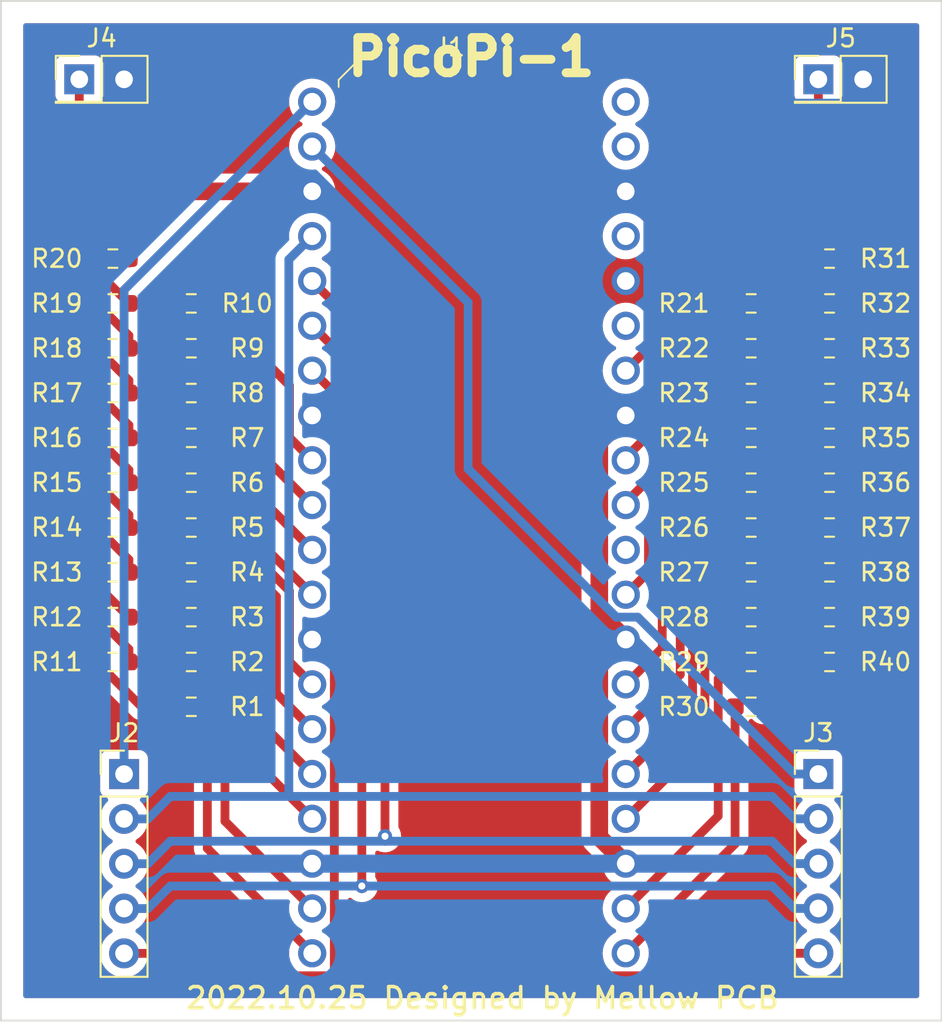
<source format=kicad_pcb>
(kicad_pcb (version 20211014) (generator pcbnew)
  (layers (0 "F.Cu" signal) (31 "B.Cu" signal) (34 "B.Paste" user) (35 "F.Paste" user) (36 "B.SilkS" user "B.Silkscreen") (37 "F.SilkS" user "F.Silkscreen") (38 "B.Mask" user) (39 "F.Mask" user) (44 "Edge.Cuts" user))
  (net 0 "")
  (net 1 "/G1")
  (net 2 "/B1")
  (net 3 "/B2")
  (net 4 "/B3")
  (net 5 "/B4")
  (net 6 "/G2")
  (net 7 "/X")
  (net 8 "GND")
  (net 9 "/Y")
  (net 10 "/X9")
  (net 11 "/X8")
  (net 12 "Net-(R11-Pad2)")
  (net 13 "/X7")
  (net 14 "Net-(R12-Pad2)")
  (net 15 "/X6")
  (net 16 "Net-(R13-Pad2)")
  (net 17 "/X5")
  (net 18 "Net-(R14-Pad2)")
  (net 19 "/X4")
  (net 20 "Net-(R15-Pad2)")
  (net 21 "/X3")
  (net 22 "Net-(R16-Pad2)")
  (net 23 "/X2")
  (net 24 "Net-(R17-Pad2)")
  (net 25 "/X1")
  (net 26 "Net-(R18-Pad2)")
  (net 27 "/X0")
  (net 28 "Net-(R10-Pad2)")
  (net 29 "/Y9")
  (net 30 "/Y8")
  (net 31 "Net-(R22-Pad2)")
  (net 32 "/Y7")
  (net 33 "Net-(R23-Pad2)")
  (net 34 "/Y6")
  (net 35 "Net-(R24-Pad2)")
  (net 36 "/Y5")
  (net 37 "Net-(R25-Pad2)")
  (net 38 "/Y4")
  (net 39 "Net-(R26-Pad2)")
  (net 40 "/Y3")
  (net 41 "Net-(R27-Pad2)")
  (net 42 "/Y2")
  (net 43 "Net-(R28-Pad2)")
  (net 44 "/Y1")
  (net 45 "Net-(R29-Pad2)")
  (net 46 "/Y0")
  (net 47 "Net-(R30-Pad2)")
  (net 50 "+3.3V")
  (footprint "Resistor_SMD:R_0603_1608Metric_Pad0.98x0.95mm_HandSolder" (layer "F.Cu") (at 149.86 163.83)
    (fp_text reference "R29" (at -3.81 0) (layer "F.SilkS"))
    (fp_text value "R")
    (pad "1" smd roundrect (at -0.9125 0) (size 0.975 0.95) (layers "F.Cu" "F.Paste" "F.Mask") (net 44 "/Y1"))
    (pad "2" smd roundrect (at 0.9125 0) (size 0.975 0.95) (layers "F.Cu" "F.Paste" "F.Mask") (net 45 "Net-(R29-Pad2)"))
  )
  (footprint "Resistor_SMD:R_0603_1608Metric_Pad0.98x0.95mm_HandSolder" (layer "F.Cu") (at 118.11 151.13 180)
    (fp_text reference "R7" (at -3.175 0) (layer "F.SilkS"))
    (fp_text value "R")
    (pad "1" smd roundrect (at -0.9125 0 180) (size 0.975 0.95) (layers "F.Cu" "F.Paste" "F.Mask") (net 21 "/X3"))
    (pad "2" smd roundrect (at 0.9125 0 180) (size 0.975 0.95) (layers "F.Cu" "F.Paste" "F.Mask") (net 22 "Net-(R16-Pad2)"))
  )
  (footprint "Resistor_SMD:R_0603_1608Metric_Pad0.98x0.95mm_HandSolder" (layer "F.Cu") (at 149.86 146.05)
    (fp_text reference "R22" (at -3.81 0) (layer "F.SilkS"))
    (fp_text value "R")
    (pad "1" smd roundrect (at -0.9125 0) (size 0.975 0.95) (layers "F.Cu" "F.Paste" "F.Mask") (net 30 "/Y8"))
    (pad "2" smd roundrect (at 0.9125 0) (size 0.975 0.95) (layers "F.Cu" "F.Paste" "F.Mask") (net 31 "Net-(R22-Pad2)"))
  )
  (footprint "Resistor_SMD:R_0603_1608Metric_Pad0.98x0.95mm_HandSolder" (layer "F.Cu") (at 154.305 161.29)
    (fp_text reference "R39" (at 3.175 0) (layer "F.SilkS"))
    (fp_text value "R")
    (pad "1" smd roundrect (at -0.9125 0) (size 0.975 0.95) (layers "F.Cu" "F.Paste" "F.Mask") (net 45 "Net-(R29-Pad2)"))
    (pad "2" smd roundrect (at 0.9125 0) (size 0.975 0.95) (layers "F.Cu" "F.Paste" "F.Mask") (net 47 "Net-(R30-Pad2)"))
  )
  (footprint "Resistor_SMD:R_0603_1608Metric_Pad0.98x0.95mm_HandSolder" (layer "F.Cu") (at 149.86 161.29)
    (fp_text reference "R28" (at -3.81 0) (layer "F.SilkS"))
    (fp_text value "R")
    (pad "1" smd roundrect (at -0.9125 0) (size 0.975 0.95) (layers "F.Cu" "F.Paste" "F.Mask") (net 42 "/Y2"))
    (pad "2" smd roundrect (at 0.9125 0) (size 0.975 0.95) (layers "F.Cu" "F.Paste" "F.Mask") (net 43 "Net-(R28-Pad2)"))
  )
  (footprint "Connector_PinHeader_2.54mm:PinHeader_1x05_P2.54mm_Vertical" (layer "F.Cu") (at 114.3 170.185)
    (fp_text reference "J2" (at 0 -2.33) (layer "F.SilkS"))
    (fp_text value "P1")
    (pad "1" thru_hole rect (at 0 0) (size 1.7 1.7) (drill 1) (layers *.Cu *.Mask) (net 1 "/G1"))
    (pad "2" thru_hole oval (at 0 2.54) (size 1.7 1.7) (drill 1) (layers *.Cu *.Mask) (net 2 "/B1"))
    (pad "3" thru_hole oval (at 0 5.08) (size 1.7 1.7) (drill 1) (layers *.Cu *.Mask) (net 3 "/B2"))
    (pad "4" thru_hole oval (at 0 7.62) (size 1.7 1.7) (drill 1) (layers *.Cu *.Mask) (net 4 "/B3"))
    (pad "5" thru_hole oval (at 0 10.16) (size 1.7 1.7) (drill 1) (layers *.Cu *.Mask) (net 5 "/B4"))
  )
  (footprint "Resistor_SMD:R_0603_1608Metric_Pad0.98x0.95mm_HandSolder" (layer "F.Cu") (at 149.86 148.59)
    (fp_text reference "R23" (at -3.81 0) (layer "F.SilkS"))
    (fp_text value "R")
    (pad "1" smd roundrect (at -0.9125 0) (size 0.975 0.95) (layers "F.Cu" "F.Paste" "F.Mask") (net 32 "/Y7"))
    (pad "2" smd roundrect (at 0.9125 0) (size 0.975 0.95) (layers "F.Cu" "F.Paste" "F.Mask") (net 33 "Net-(R23-Pad2)"))
  )
  (footprint "Resistor_SMD:R_0603_1608Metric_Pad0.98x0.95mm_HandSolder" (layer "F.Cu") (at 113.665 151.13)
    (fp_text reference "R16" (at -3.175 0) (layer "F.SilkS"))
    (fp_text value "R")
    (pad "1" smd roundrect (at -0.9125 0) (size 0.975 0.95) (layers "F.Cu" "F.Paste" "F.Mask") (net 20 "Net-(R15-Pad2)"))
    (pad "2" smd roundrect (at 0.9125 0) (size 0.975 0.95) (layers "F.Cu" "F.Paste" "F.Mask") (net 22 "Net-(R16-Pad2)"))
  )
  (footprint "Resistor_SMD:R_0603_1608Metric_Pad0.98x0.95mm_HandSolder" (layer "F.Cu") (at 118.11 161.29 180)
    (fp_text reference "R3" (at -3.175 0) (layer "F.SilkS"))
    (fp_text value "R")
    (pad "1" smd roundrect (at -0.9125 0 180) (size 0.975 0.95) (layers "F.Cu" "F.Paste" "F.Mask") (net 13 "/X7"))
    (pad "2" smd roundrect (at 0.9125 0 180) (size 0.975 0.95) (layers "F.Cu" "F.Paste" "F.Mask") (net 14 "Net-(R12-Pad2)"))
  )
  (footprint "Connector_PinHeader_2.54mm:PinHeader_1x05_P2.54mm_Vertical" (layer "F.Cu") (at 153.67 170.18)
    (fp_text reference "J3" (at 0 -2.33) (layer "F.SilkS"))
    (fp_text value "P2")
    (pad "1" thru_hole rect (at 0 0) (size 1.7 1.7) (drill 1) (layers *.Cu *.Mask) (net 6 "/G2"))
    (pad "2" thru_hole oval (at 0 2.54) (size 1.7 1.7) (drill 1) (layers *.Cu *.Mask) (net 2 "/B1"))
    (pad "3" thru_hole oval (at 0 5.08) (size 1.7 1.7) (drill 1) (layers *.Cu *.Mask) (net 3 "/B2"))
    (pad "4" thru_hole oval (at 0 7.62) (size 1.7 1.7) (drill 1) (layers *.Cu *.Mask) (net 4 "/B3"))
    (pad "5" thru_hole oval (at 0 10.16) (size 1.7 1.7) (drill 1) (layers *.Cu *.Mask) (net 5 "/B4"))
  )
  (footprint "Resistor_SMD:R_0603_1608Metric_Pad0.98x0.95mm_HandSolder" (layer "F.Cu") (at 149.86 153.67)
    (fp_text reference "R25" (at -3.81 0) (layer "F.SilkS"))
    (fp_text value "R")
    (pad "1" smd roundrect (at -0.9125 0) (size 0.975 0.95) (layers "F.Cu" "F.Paste" "F.Mask") (net 36 "/Y5"))
    (pad "2" smd roundrect (at 0.9125 0) (size 0.975 0.95) (layers "F.Cu" "F.Paste" "F.Mask") (net 37 "Net-(R25-Pad2)"))
  )
  (footprint "Resistor_SMD:R_0603_1608Metric_Pad0.98x0.95mm_HandSolder" (layer "F.Cu") (at 154.305 163.83)
    (fp_text reference "R40" (at 3.175 0) (layer "F.SilkS"))
    (fp_text value "R")
    (pad "1" smd roundrect (at -0.9125 0) (size 0.975 0.95) (layers "F.Cu" "F.Paste" "F.Mask") (net 47 "Net-(R30-Pad2)"))
    (pad "2" smd roundrect (at 0.9125 0) (size 0.975 0.95) (layers "F.Cu" "F.Paste" "F.Mask") (net 8 "GND"))
  )
  (footprint "Resistor_SMD:R_0603_1608Metric_Pad0.98x0.95mm_HandSolder" (layer "F.Cu") (at 113.665 146.05)
    (fp_text reference "R18" (at -3.175 0) (layer "F.SilkS"))
    (fp_text value "R")
    (pad "1" smd roundrect (at -0.9125 0) (size 0.975 0.95) (layers "F.Cu" "F.Paste" "F.Mask") (net 24 "Net-(R17-Pad2)"))
    (pad "2" smd roundrect (at 0.9125 0) (size 0.975 0.95) (layers "F.Cu" "F.Paste" "F.Mask") (net 26 "Net-(R18-Pad2)"))
  )
  (footprint "Resistor_SMD:R_0603_1608Metric_Pad0.98x0.95mm_HandSolder" (layer "F.Cu") (at 113.665 156.21)
    (fp_text reference "R14" (at -3.175 0) (layer "F.SilkS"))
    (fp_text value "R")
    (pad "1" smd roundrect (at -0.9125 0) (size 0.975 0.95) (layers "F.Cu" "F.Paste" "F.Mask") (net 16 "Net-(R13-Pad2)"))
    (pad "2" smd roundrect (at 0.9125 0) (size 0.975 0.95) (layers "F.Cu" "F.Paste" "F.Mask") (net 18 "Net-(R14-Pad2)"))
  )
  (footprint "Resistor_SMD:R_0603_1608Metric_Pad0.98x0.95mm_HandSolder" (layer "F.Cu") (at 154.305 140.97)
    (fp_text reference "R31" (at 3.175 0) (layer "F.SilkS"))
    (fp_text value "R")
    (pad "1" smd roundrect (at -0.9125 0) (size 0.975 0.95) (layers "F.Cu" "F.Paste" "F.Mask") (net 9 "/Y"))
    (pad "2" smd roundrect (at 0.9125 0) (size 0.975 0.95) (layers "F.Cu" "F.Paste" "F.Mask") (net 31 "Net-(R22-Pad2)"))
  )
  (footprint "Resistor_SMD:R_0603_1608Metric_Pad0.98x0.95mm_HandSolder" (layer "F.Cu") (at 113.665 143.51)
    (fp_text reference "R19" (at -3.175 0) (layer "F.SilkS"))
    (fp_text value "R")
    (pad "1" smd roundrect (at -0.9125 0) (size 0.975 0.95) (layers "F.Cu" "F.Paste" "F.Mask") (net 26 "Net-(R18-Pad2)"))
    (pad "2" smd roundrect (at 0.9125 0) (size 0.975 0.95) (layers "F.Cu" "F.Paste" "F.Mask") (net 28 "Net-(R10-Pad2)"))
  )
  (footprint "Resistor_SMD:R_0603_1608Metric_Pad0.98x0.95mm_HandSolder" (layer "F.Cu") (at 113.665 163.83)
    (fp_text reference "R11" (at -3.175 0) (layer "F.SilkS"))
    (fp_text value "R")
    (pad "1" smd roundrect (at -0.9125 0) (size 0.975 0.95) (layers "F.Cu" "F.Paste" "F.Mask") (net 7 "/X"))
    (pad "2" smd roundrect (at 0.9125 0) (size 0.975 0.95) (layers "F.Cu" "F.Paste" "F.Mask") (net 12 "Net-(R11-Pad2)"))
  )
  (footprint "Resistor_SMD:R_0603_1608Metric_Pad0.98x0.95mm_HandSolder" (layer "F.Cu") (at 154.305 146.05)
    (fp_text reference "R33" (at 3.175 0) (layer "F.SilkS"))
    (fp_text value "R")
    (pad "1" smd roundrect (at -0.9125 0) (size 0.975 0.95) (layers "F.Cu" "F.Paste" "F.Mask") (net 33 "Net-(R23-Pad2)"))
    (pad "2" smd roundrect (at 0.9125 0) (size 0.975 0.95) (layers "F.Cu" "F.Paste" "F.Mask") (net 35 "Net-(R24-Pad2)"))
  )
  (footprint "Connector_PinHeader_2.54mm:PinHeader_2x01_P2.54mm_Vertical" (layer "F.Cu") (at 111.76 130.81)
    (fp_text reference "J4" (at 1.27 -2.33) (layer "F.SilkS"))
    (fp_text value "Conn_01x02")
    (pad "1" thru_hole rect (at 0 0) (size 1.7 1.7) (drill 1) (layers *.Cu *.Mask) (net 7 "/X"))
    (pad "2" thru_hole oval (at 2.54 0) (size 1.7 1.7) (drill 1) (layers *.Cu *.Mask) (net 8 "GND"))
  )
  (footprint "Resistor_SMD:R_0603_1608Metric_Pad0.98x0.95mm_HandSolder" (layer "F.Cu") (at 118.11 143.51 180)
    (fp_text reference "R10" (at -3.175 0) (layer "F.SilkS"))
    (fp_text value "R")
    (pad "1" smd roundrect (at -0.9125 0 180) (size 0.975 0.95) (layers "F.Cu" "F.Paste" "F.Mask") (net 27 "/X0"))
    (pad "2" smd roundrect (at 0.9125 0 180) (size 0.975 0.95) (layers "F.Cu" "F.Paste" "F.Mask") (net 28 "Net-(R10-Pad2)"))
  )
  (footprint "toyoshim:DIP-40_W17.78mm_PiPico" (layer "F.Cu") (at 124.968 132.08)
    (fp_text reference "J1" (at 7.8 -3.09) (layer "F.SilkS"))
    (fp_text value "Pi Pico")
    (pad "1" thru_hole circle (at 0 0) (size 1.6 1.6) (drill 1) (layers *.Cu *.Mask) (net 1 "/G1"))
    (pad "2" thru_hole circle (at 0 2.54) (size 1.6 1.6) (drill 1) (layers *.Cu *.Mask) (net 6 "/G2"))
    (pad "3" thru_hole circle (at 0 5.08) (size 1.6 1.6) (drill 1) (layers *.Cu *.Mask) (net 8 "GND"))
    (pad "4" thru_hole circle (at 0 7.62) (size 1.6 1.6) (drill 1) (layers *.Cu *.Mask) (net 2 "/B1"))
    (pad "5" thru_hole circle (at 0 10.16) (size 1.6 1.6) (drill 1) (layers *.Cu *.Mask) (net 3 "/B2"))
    (pad "6" thru_hole circle (at 0 12.7) (size 1.6 1.6) (drill 1) (layers *.Cu *.Mask) (net 4 "/B3"))
    (pad "7" thru_hole circle (at 0 15.24) (size 1.6 1.6) (drill 1) (layers *.Cu *.Mask) (net 5 "/B4"))
    (pad "8" thru_hole circle (at 0 17.78) (size 1.6 1.6) (drill 1) (layers *.Cu *.Mask) (net 8 "GND"))
    (pad "9" thru_hole circle (at 0 20.32) (size 1.6 1.6) (drill 1) (layers *.Cu *.Mask) (net 27 "/X0"))
    (pad "10" thru_hole circle (at 0 22.86) (size 1.6 1.6) (drill 1) (layers *.Cu *.Mask) (net 25 "/X1"))
    (pad "11" thru_hole circle (at 0 25.4) (size 1.6 1.6) (drill 1) (layers *.Cu *.Mask) (net 23 "/X2"))
    (pad "12" thru_hole circle (at 0 27.94) (size 1.6 1.6) (drill 1) (layers *.Cu *.Mask) (net 21 "/X3"))
    (pad "13" thru_hole circle (at 0 30.48) (size 1.6 1.6) (drill 1) (layers *.Cu *.Mask) (net 8 "GND"))
    (pad "14" thru_hole circle (at 0 33.02) (size 1.6 1.6) (drill 1) (layers *.Cu *.Mask) (net 19 "/X4"))
    (pad "15" thru_hole circle (at 0 35.56) (size 1.6 1.6) (drill 1) (layers *.Cu *.Mask) (net 17 "/X5"))
    (pad "16" thru_hole circle (at 0 38.1) (size 1.6 1.6) (drill 1) (layers *.Cu *.Mask) (net 15 "/X6"))
    (pad "17" thru_hole circle (at 0 40.64) (size 1.6 1.6) (drill 1) (layers *.Cu *.Mask) (net 13 "/X7"))
    (pad "18" thru_hole circle (at 0 43.18) (size 1.6 1.6) (drill 1) (layers *.Cu *.Mask) (net 8 "GND"))
    (pad "19" thru_hole circle (at 0 45.72) (size 1.6 1.6) (drill 1) (layers *.Cu *.Mask) (net 11 "/X8"))
    (pad "20" thru_hole circle (at 0 48.26) (size 1.6 1.6) (drill 1) (layers *.Cu *.Mask) (net 10 "/X9"))
    (pad "21" thru_hole circle (at 17.78 48.26) (size 1.6 1.6) (drill 1) (layers *.Cu *.Mask) (net 46 "/Y0"))
    (pad "22" thru_hole circle (at 17.78 45.72) (size 1.6 1.6) (drill 1) (layers *.Cu *.Mask) (net 44 "/Y1"))
    (pad "23" thru_hole circle (at 17.78 43.18) (size 1.6 1.6) (drill 1) (layers *.Cu *.Mask) (net 8 "GND"))
    (pad "24" thru_hole circle (at 17.78 40.64) (size 1.6 1.6) (drill 1) (layers *.Cu *.Mask) (net 42 "/Y2"))
    (pad "25" thru_hole circle (at 17.78 38.1) (size 1.6 1.6) (drill 1) (layers *.Cu *.Mask) (net 40 "/Y3"))
    (pad "26" thru_hole circle (at 17.78 35.56) (size 1.6 1.6) (drill 1) (layers *.Cu *.Mask) (net 38 "/Y4"))
    (pad "27" thru_hole circle (at 17.78 33.02) (size 1.6 1.6) (drill 1) (layers *.Cu *.Mask) (net 36 "/Y5"))
    (pad "28" thru_hole circle (at 17.78 30.48) (size 1.6 1.6) (drill 1) (layers *.Cu *.Mask) (net 8 "GND"))
    (pad "29" thru_hole circle (at 17.78 27.94) (size 1.6 1.6) (drill 1) (layers *.Cu *.Mask) (net 34 "/Y6"))
    (pad "30" thru_hole circle (at 17.78 25.4) (size 1.6 1.6) (drill 1) (layers *.Cu *.Mask))
    (pad "31" thru_hole circle (at 17.78 22.86) (size 1.6 1.6) (drill 1) (layers *.Cu *.Mask) (net 32 "/Y7"))
    (pad "32" thru_hole circle (at 17.78 20.32) (size 1.6 1.6) (drill 1) (layers *.Cu *.Mask) (net 30 "/Y8"))
    (pad "33" thru_hole circle (at 17.78 17.78) (size 1.6 1.6) (drill 1) (layers *.Cu *.Mask) (net 8 "GND"))
    (pad "34" thru_hole circle (at 17.78 15.24) (size 1.6 1.6) (drill 1) (layers *.Cu *.Mask) (net 29 "/Y9"))
    (pad "35" thru_hole circle (at 17.78 12.7) (size 1.6 1.6) (drill 1) (layers *.Cu *.Mask))
    (pad "36" thru_hole circle (at 17.78 10.16) (size 1.6 1.6) (drill 1) (layers *.Cu *.Mask) (net 50 "+3.3V"))
    (pad "37" thru_hole circle (at 17.78 7.62) (size 1.6 1.6) (drill 1) (layers *.Cu *.Mask))
    (pad "38" thru_hole circle (at 17.78 5.08) (size 1.6 1.6) (drill 1) (layers *.Cu *.Mask) (net 8 "GND"))
    (pad "39" thru_hole circle (at 17.78 2.54) (size 1.6 1.6) (drill 1) (layers *.Cu *.Mask))
    (pad "40" thru_hole circle (at 17.78 0) (size 1.6 1.6) (drill 1) (layers *.Cu *.Mask))
  )
  (footprint "Resistor_SMD:R_0603_1608Metric_Pad0.98x0.95mm_HandSolder" (layer "F.Cu") (at 113.665 158.75)
    (fp_text reference "R13" (at -3.175 0) (layer "F.SilkS"))
    (fp_text value "R")
    (pad "1" smd roundrect (at -0.9125 0) (size 0.975 0.95) (layers "F.Cu" "F.Paste" "F.Mask") (net 14 "Net-(R12-Pad2)"))
    (pad "2" smd roundrect (at 0.9125 0) (size 0.975 0.95) (layers "F.Cu" "F.Paste" "F.Mask") (net 16 "Net-(R13-Pad2)"))
  )
  (footprint "Resistor_SMD:R_0603_1608Metric_Pad0.98x0.95mm_HandSolder" (layer "F.Cu") (at 113.665 153.67)
    (fp_text reference "R15" (at -3.175 0) (layer "F.SilkS"))
    (fp_text value "R")
    (pad "1" smd roundrect (at -0.9125 0) (size 0.975 0.95) (layers "F.Cu" "F.Paste" "F.Mask") (net 18 "Net-(R14-Pad2)"))
    (pad "2" smd roundrect (at 0.9125 0) (size 0.975 0.95) (layers "F.Cu" "F.Paste" "F.Mask") (net 20 "Net-(R15-Pad2)"))
  )
  (footprint "Resistor_SMD:R_0603_1608Metric_Pad0.98x0.95mm_HandSolder" (layer "F.Cu") (at 149.86 143.51)
    (fp_text reference "R21" (at -3.81 0) (layer "F.SilkS"))
    (fp_text value "R")
    (pad "1" smd roundrect (at -0.9125 0) (size 0.975 0.95) (layers "F.Cu" "F.Paste" "F.Mask") (net 29 "/Y9"))
    (pad "2" smd roundrect (at 0.9125 0) (size 0.975 0.95) (layers "F.Cu" "F.Paste" "F.Mask") (net 9 "/Y"))
  )
  (footprint "Resistor_SMD:R_0603_1608Metric_Pad0.98x0.95mm_HandSolder" (layer "F.Cu") (at 149.86 156.21)
    (fp_text reference "R26" (at -3.81 0) (layer "F.SilkS"))
    (fp_text value "R")
    (pad "1" smd roundrect (at -0.9125 0) (size 0.975 0.95) (layers "F.Cu" "F.Paste" "F.Mask") (net 38 "/Y4"))
    (pad "2" smd roundrect (at 0.9125 0) (size 0.975 0.95) (layers "F.Cu" "F.Paste" "F.Mask") (net 39 "Net-(R26-Pad2)"))
  )
  (footprint "Resistor_SMD:R_0603_1608Metric_Pad0.98x0.95mm_HandSolder" (layer "F.Cu") (at 154.305 158.75)
    (fp_text reference "R38" (at 3.175 0) (layer "F.SilkS"))
    (fp_text value "R")
    (pad "1" smd roundrect (at -0.9125 0) (size 0.975 0.95) (layers "F.Cu" "F.Paste" "F.Mask") (net 43 "Net-(R28-Pad2)"))
    (pad "2" smd roundrect (at 0.9125 0) (size 0.975 0.95) (layers "F.Cu" "F.Paste" "F.Mask") (net 45 "Net-(R29-Pad2)"))
  )
  (footprint "Resistor_SMD:R_0603_1608Metric_Pad0.98x0.95mm_HandSolder" (layer "F.Cu") (at 118.11 156.21 180)
    (fp_text reference "R5" (at -3.175 0) (layer "F.SilkS"))
    (fp_text value "R")
    (pad "1" smd roundrect (at -0.9125 0 180) (size 0.975 0.95) (layers "F.Cu" "F.Paste" "F.Mask") (net 17 "/X5"))
    (pad "2" smd roundrect (at 0.9125 0 180) (size 0.975 0.95) (layers "F.Cu" "F.Paste" "F.Mask") (net 18 "Net-(R14-Pad2)"))
  )
  (footprint "Resistor_SMD:R_0603_1608Metric_Pad0.98x0.95mm_HandSolder" (layer "F.Cu") (at 118.11 158.75 180)
    (fp_text reference "R4" (at -3.175 0) (layer "F.SilkS"))
    (fp_text value "R")
    (pad "1" smd roundrect (at -0.9125 0 180) (size 0.975 0.95) (layers "F.Cu" "F.Paste" "F.Mask") (net 15 "/X6"))
    (pad "2" smd roundrect (at 0.9125 0 180) (size 0.975 0.95) (layers "F.Cu" "F.Paste" "F.Mask") (net 16 "Net-(R13-Pad2)"))
  )
  (footprint "Resistor_SMD:R_0603_1608Metric_Pad0.98x0.95mm_HandSolder" (layer "F.Cu") (at 154.305 143.51)
    (fp_text reference "R32" (at 3.175 0) (layer "F.SilkS"))
    (fp_text value "R")
    (pad "1" smd roundrect (at -0.9125 0) (size 0.975 0.95) (layers "F.Cu" "F.Paste" "F.Mask") (net 31 "Net-(R22-Pad2)"))
    (pad "2" smd roundrect (at 0.9125 0) (size 0.975 0.95) (layers "F.Cu" "F.Paste" "F.Mask") (net 33 "Net-(R23-Pad2)"))
  )
  (footprint "Resistor_SMD:R_0603_1608Metric_Pad0.98x0.95mm_HandSolder" (layer "F.Cu") (at 149.86 158.75)
    (fp_text reference "R27" (at -3.81 0) (layer "F.SilkS"))
    (fp_text value "R")
    (pad "1" smd roundrect (at -0.9125 0) (size 0.975 0.95) (layers "F.Cu" "F.Paste" "F.Mask") (net 40 "/Y3"))
    (pad "2" smd roundrect (at 0.9125 0) (size 0.975 0.95) (layers "F.Cu" "F.Paste" "F.Mask") (net 41 "Net-(R27-Pad2)"))
  )
  (footprint "Resistor_SMD:R_0603_1608Metric_Pad0.98x0.95mm_HandSolder" (layer "F.Cu") (at 113.665 140.97)
    (fp_text reference "R20" (at -3.175 0) (layer "F.SilkS"))
    (fp_text value "R")
    (pad "1" smd roundrect (at -0.9125 0) (size 0.975 0.95) (layers "F.Cu" "F.Paste" "F.Mask") (net 28 "Net-(R10-Pad2)"))
    (pad "2" smd roundrect (at 0.9125 0) (size 0.975 0.95) (layers "F.Cu" "F.Paste" "F.Mask") (net 8 "GND"))
  )
  (footprint "Resistor_SMD:R_0603_1608Metric_Pad0.98x0.95mm_HandSolder" (layer "F.Cu") (at 154.305 151.13)
    (fp_text reference "R35" (at 3.175 0) (layer "F.SilkS"))
    (fp_text value "R")
    (pad "1" smd roundrect (at -0.9125 0) (size 0.975 0.95) (layers "F.Cu" "F.Paste" "F.Mask") (net 37 "Net-(R25-Pad2)"))
    (pad "2" smd roundrect (at 0.9125 0) (size 0.975 0.95) (layers "F.Cu" "F.Paste" "F.Mask") (net 39 "Net-(R26-Pad2)"))
  )
  (footprint "Resistor_SMD:R_0603_1608Metric_Pad0.98x0.95mm_HandSolder" (layer "F.Cu") (at 149.86 151.13)
    (fp_text reference "R24" (at -3.81 0) (layer "F.SilkS"))
    (fp_text value "R")
    (pad "1" smd roundrect (at -0.9125 0) (size 0.975 0.95) (layers "F.Cu" "F.Paste" "F.Mask") (net 34 "/Y6"))
    (pad "2" smd roundrect (at 0.9125 0) (size 0.975 0.95) (layers "F.Cu" "F.Paste" "F.Mask") (net 35 "Net-(R24-Pad2)"))
  )
  (footprint "Connector_PinHeader_2.54mm:PinHeader_2x01_P2.54mm_Vertical" (layer "F.Cu") (at 153.67 130.81)
    (fp_text reference "J5" (at 1.27 -2.33) (layer "F.SilkS"))
    (fp_text value "Conn_01x02")
    (pad "1" thru_hole rect (at 0 0) (size 1.7 1.7) (drill 1) (layers *.Cu *.Mask) (net 9 "/Y"))
    (pad "2" thru_hole oval (at 2.54 0) (size 1.7 1.7) (drill 1) (layers *.Cu *.Mask) (net 8 "GND"))
  )
  (footprint "Resistor_SMD:R_0603_1608Metric_Pad0.98x0.95mm_HandSolder" (layer "F.Cu") (at 118.11 153.67 180)
    (fp_text reference "R6" (at -3.175 0) (layer "F.SilkS"))
    (fp_text value "R")
    (pad "1" smd roundrect (at -0.9125 0 180) (size 0.975 0.95) (layers "F.Cu" "F.Paste" "F.Mask") (net 19 "/X4"))
    (pad "2" smd roundrect (at 0.9125 0 180) (size 0.975 0.95) (layers "F.Cu" "F.Paste" "F.Mask") (net 20 "Net-(R15-Pad2)"))
  )
  (footprint "Resistor_SMD:R_0603_1608Metric_Pad0.98x0.95mm_HandSolder" (layer "F.Cu") (at 118.11 166.37 180)
    (fp_text reference "R1" (at -3.175 0) (layer "F.SilkS"))
    (fp_text value "R")
    (pad "1" smd roundrect (at -0.9125 0 180) (size 0.975 0.95) (layers "F.Cu" "F.Paste" "F.Mask") (net 10 "/X9"))
    (pad "2" smd roundrect (at 0.9125 0 180) (size 0.975 0.95) (layers "F.Cu" "F.Paste" "F.Mask") (net 7 "/X"))
  )
  (footprint "Resistor_SMD:R_0603_1608Metric_Pad0.98x0.95mm_HandSolder" (layer "F.Cu") (at 113.665 148.59)
    (fp_text reference "R17" (at -3.175 0) (layer "F.SilkS"))
    (fp_text value "R")
    (pad "1" smd roundrect (at -0.9125 0) (size 0.975 0.95) (layers "F.Cu" "F.Paste" "F.Mask") (net 22 "Net-(R16-Pad2)"))
    (pad "2" smd roundrect (at 0.9125 0) (size 0.975 0.95) (layers "F.Cu" "F.Paste" "F.Mask") (net 24 "Net-(R17-Pad2)"))
  )
  (footprint "Resistor_SMD:R_0603_1608Metric_Pad0.98x0.95mm_HandSolder" (layer "F.Cu") (at 118.11 146.05 180)
    (fp_text reference "R9" (at -3.175 0) (layer "F.SilkS"))
    (fp_text value "R")
    (pad "1" smd roundrect (at -0.9125 0 180) (size 0.975 0.95) (layers "F.Cu" "F.Paste" "F.Mask") (net 25 "/X1"))
    (pad "2" smd roundrect (at 0.9125 0 180) (size 0.975 0.95) (layers "F.Cu" "F.Paste" "F.Mask") (net 26 "Net-(R18-Pad2)"))
  )
  (footprint "Resistor_SMD:R_0603_1608Metric_Pad0.98x0.95mm_HandSolder" (layer "F.Cu") (at 118.11 163.83 180)
    (fp_text reference "R2" (at -3.175 0) (layer "F.SilkS"))
    (fp_text value "R")
    (pad "1" smd roundrect (at -0.9125 0 180) (size 0.975 0.95) (layers "F.Cu" "F.Paste" "F.Mask") (net 11 "/X8"))
    (pad "2" smd roundrect (at 0.9125 0 180) (size 0.975 0.95) (layers "F.Cu" "F.Paste" "F.Mask") (net 12 "Net-(R11-Pad2)"))
  )
  (footprint "Resistor_SMD:R_0603_1608Metric_Pad0.98x0.95mm_HandSolder" (layer "F.Cu") (at 118.11 148.59 180)
    (fp_text reference "R8" (at -3.175 0) (layer "F.SilkS"))
    (fp_text value "R")
    (pad "1" smd roundrect (at -0.9125 0 180) (size 0.975 0.95) (layers "F.Cu" "F.Paste" "F.Mask") (net 23 "/X2"))
    (pad "2" smd roundrect (at 0.9125 0 180) (size 0.975 0.95) (layers "F.Cu" "F.Paste" "F.Mask") (net 24 "Net-(R17-Pad2)"))
  )
  (footprint "Resistor_SMD:R_0603_1608Metric_Pad0.98x0.95mm_HandSolder" (layer "F.Cu") (at 154.305 148.59)
    (fp_text reference "R34" (at 3.175 0) (layer "F.SilkS"))
    (fp_text value "R")
    (pad "1" smd roundrect (at -0.9125 0) (size 0.975 0.95) (layers "F.Cu" "F.Paste" "F.Mask") (net 35 "Net-(R24-Pad2)"))
    (pad "2" smd roundrect (at 0.9125 0) (size 0.975 0.95) (layers "F.Cu" "F.Paste" "F.Mask") (net 37 "Net-(R25-Pad2)"))
  )
  (footprint "Resistor_SMD:R_0603_1608Metric_Pad0.98x0.95mm_HandSolder" (layer "F.Cu") (at 154.305 156.21)
    (fp_text reference "R37" (at 3.175 0) (layer "F.SilkS"))
    (fp_text value "R")
    (pad "1" smd roundrect (at -0.9125 0) (size 0.975 0.95) (layers "F.Cu" "F.Paste" "F.Mask") (net 41 "Net-(R27-Pad2)"))
    (pad "2" smd roundrect (at 0.9125 0) (size 0.975 0.95) (layers "F.Cu" "F.Paste" "F.Mask") (net 43 "Net-(R28-Pad2)"))
  )
  (footprint "Resistor_SMD:R_0603_1608Metric_Pad0.98x0.95mm_HandSolder" (layer "F.Cu") (at 149.86 166.37)
    (fp_text reference "R30" (at -3.81 0) (layer "F.SilkS"))
    (fp_text value "R")
    (pad "1" smd roundrect (at -0.9125 0) (size 0.975 0.95) (layers "F.Cu" "F.Paste" "F.Mask") (net 46 "/Y0"))
    (pad "2" smd roundrect (at 0.9125 0) (size 0.975 0.95) (layers "F.Cu" "F.Paste" "F.Mask") (net 47 "Net-(R30-Pad2)"))
  )
  (footprint "Resistor_SMD:R_0603_1608Metric_Pad0.98x0.95mm_HandSolder" (layer "F.Cu") (at 113.665 161.29)
    (fp_text reference "R12" (at -3.175 0) (layer "F.SilkS"))
    (fp_text value "R")
    (pad "1" smd roundrect (at -0.9125 0) (size 0.975 0.95) (layers "F.Cu" "F.Paste" "F.Mask") (net 12 "Net-(R11-Pad2)"))
    (pad "2" smd roundrect (at 0.9125 0) (size 0.975 0.95) (layers "F.Cu" "F.Paste" "F.Mask") (net 14 "Net-(R12-Pad2)"))
  )
  (footprint "Resistor_SMD:R_0603_1608Metric_Pad0.98x0.95mm_HandSolder" (layer "F.Cu") (at 154.305 153.67)
    (fp_text reference "R36" (at 3.175 0) (layer "F.SilkS"))
    (fp_text value "R")
    (pad "1" smd roundrect (at -0.9125 0) (size 0.975 0.95) (layers "F.Cu" "F.Paste" "F.Mask") (net 39 "Net-(R26-Pad2)"))
    (pad "2" smd roundrect (at 0.9125 0) (size 0.975 0.95) (layers "F.Cu" "F.Paste" "F.Mask") (net 41 "Net-(R27-Pad2)"))
  )
  (gr_line (start 160.655 126.365) (end 107.315 126.365) (layer "Edge.Cuts") (width 0.1))
  (gr_line (start 107.315 184.15) (end 160.655 184.15) (layer "Edge.Cuts") (width 0.1))
  (gr_line (start 107.315 126.365) (end 107.315 184.15) (layer "Edge.Cuts") (width 0.1))
  (gr_line (start 160.655 184.15) (end 160.655 126.365) (layer "Edge.Cuts") (width 0.1))
  (gr_text "PicoPi-1" (at 133.985 129.54) (layer "F.SilkS") (effects (font (size 2 2) (thickness 0.5))))
  (gr_text "2022.10.25 Designed by Mellow PCB" (at 134.62 182.88) (layer "F.SilkS") (effects (font (size 1.2 1.2) (thickness 0.2))))
  (segment (start 114.3 170.185) (end 114.3 142.748) (width 0.5) (layer "B.Cu") (net 1))
  (segment (start 114.3 142.748) (end 124.968 132.08) (width 0.5) (layer "B.Cu") (net 1))
  (segment (start 152.32 172.72) (end 151.0501 171.4501) (width 0.5) (layer "B.Cu") (net 2))
  (segment (start 116.9249 171.4501) (end 115.65 172.725) (width 0.5) (layer "B.Cu") (net 2))
  (segment (start 123.6447 171.4501) (end 123.6447 141.0233) (width 0.5) (layer "B.Cu") (net 2))
  (segment (start 114.3 172.725) (end 115.65 172.725) (width 0.5) (layer "B.Cu") (net 2))
  (segment (start 123.6447 141.0233) (end 124.968 139.7) (width 0.5) (layer "B.Cu") (net 2))
  (segment (start 151.0501 171.4501) (end 123.6447 171.4501) (width 0.5) (layer "B.Cu") (net 2))
  (segment (start 123.6447 171.4501) (end 116.9249 171.4501) (width 0.5) (layer "B.Cu") (net 2))
  (segment (start 153.67 172.72) (end 152.32 172.72) (width 0.5) (layer "B.Cu") (net 2))
  (segment (start 129.0966 173.7064) (end 129.0966 146.3686) (width 0.5) (layer "F.Cu") (net 3))
  (segment (start 129.0966 146.3686) (end 124.968 142.24) (width 0.5) (layer "F.Cu") (net 3))
  (via (at 129.0966 173.7064) (size 0.8) (drill 0.4) (layers "F.Cu" "B.Cu") (net 3))
  (segment (start 129.0966 173.9901) (end 116.9249 173.9901) (width 0.5) (layer "B.Cu") (net 3))
  (segment (start 129.0966 173.9901) (end 129.0966 173.7064) (width 0.5) (layer "B.Cu") (net 3))
  (segment (start 152.32 175.26) (end 151.0501 173.9901) (width 0.5) (layer "B.Cu") (net 3))
  (segment (start 114.3 175.265) (end 115.65 175.265) (width 0.5) (layer "B.Cu") (net 3))
  (segment (start 151.0501 173.9901) (end 129.0966 173.9901) (width 0.5) (layer "B.Cu") (net 3))
  (segment (start 153.67 175.26) (end 152.32 175.26) (width 0.5) (layer "B.Cu") (net 3))
  (segment (start 116.9249 173.9901) (end 115.65 175.265) (width 0.5) (layer "B.Cu") (net 3))
  (segment (start 127.7823 147.5943) (end 127.7823 176.5301) (width 0.5) (layer "F.Cu") (net 4))
  (segment (start 124.968 144.78) (end 127.7823 147.5943) (width 0.5) (layer "F.Cu") (net 4))
  (via (at 127.7823 176.5301) (size 0.8) (drill 0.4) (layers "F.Cu" "B.Cu") (net 4))
  (segment (start 127.7823 176.5301) (end 116.9249 176.5301) (width 0.5) (layer "B.Cu") (net 4))
  (segment (start 151.0501 176.5301) (end 127.7823 176.5301) (width 0.5) (layer "B.Cu") (net 4))
  (segment (start 152.32 177.8) (end 151.0501 176.5301) (width 0.5) (layer "B.Cu") (net 4))
  (segment (start 153.67 177.8) (end 152.32 177.8) (width 0.5) (layer "B.Cu") (net 4))
  (segment (start 114.3 177.805) (end 115.65 177.805) (width 0.5) (layer "B.Cu") (net 4))
  (segment (start 116.9249 176.5301) (end 115.65 177.805) (width 0.5) (layer "B.Cu") (net 4))
  (segment (start 126.2236 148.5756) (end 124.968 147.32) (width 0.5) (layer "F.Cu") (net 5))
  (segment (start 153.67 180.34) (end 152.32 180.34) (width 0.5) (layer "F.Cu") (net 5))
  (segment (start 126.2236 181.6162) (end 116.9212 181.6162) (width 0.5) (layer "F.Cu") (net 5))
  (segment (start 151.0438 181.6162) (end 126.2236 181.6162) (width 0.5) (layer "F.Cu") (net 5))
  (segment (start 116.9212 181.6162) (end 115.65 180.345) (width 0.5) (layer "F.Cu") (net 5))
  (segment (start 126.2236 181.6162) (end 126.2236 148.5756) (width 0.5) (layer "F.Cu") (net 5))
  (segment (start 152.32 180.34) (end 151.0438 181.6162) (width 0.5) (layer "F.Cu") (net 5))
  (segment (start 114.3 180.345) (end 115.65 180.345) (width 0.5) (layer "F.Cu") (net 5))
  (segment (start 133.8102 152.8846) (end 133.8102 143.4622) (width 0.5) (layer "B.Cu") (net 6))
  (segment (start 142.2156 161.29) (end 133.8102 152.8846) (width 0.5) (layer "B.Cu") (net 6))
  (segment (start 133.8102 143.4622) (end 124.968 134.62) (width 0.5) (layer "B.Cu") (net 6))
  (segment (start 153.67 170.18) (end 152.32 170.18) (width 0.5) (layer "B.Cu") (net 6))
  (segment (start 143.43 161.29) (end 142.2156 161.29) (width 0.5) (layer "B.Cu") (net 6))
  (segment (start 152.32 170.18) (end 143.43 161.29) (width 0.5) (layer "B.Cu") (net 6))
  (segment (start 115.2925 166.37) (end 112.7525 163.83) (width 0.5) (layer "F.Cu") (net 7))
  (segment (start 111.76 162.8375) (end 112.7525 163.83) (width 0.5) (layer "F.Cu") (net 7))
  (segment (start 111.76 130.81) (end 111.76 162.8375) (width 0.5) (layer "F.Cu") (net 7))
  (segment (start 117.1975 166.37) (end 115.2925 166.37) (width 0.5) (layer "F.Cu") (net 7))
  (segment (start 114.5775 132.6875) (end 114.3 132.41) (width 1) (layer "F.Cu") (net 8))
  (segment (start 156.4188 162.6287) (end 155.2175 163.83) (width 1) (layer "F.Cu") (net 8))
  (segment (start 141.2476 161.0596) (end 142.748 162.56) (width 1) (layer "F.Cu") (net 8))
  (segment (start 156.21 130.81) (end 156.21 132.41) (width 1) (layer "F.Cu") (net 8))
  (segment (start 156.4188 132.6188) (end 156.4188 162.6287) (width 1) (layer "F.Cu") (net 8))
  (segment (start 114.5775 140.97) (end 114.5775 137.16) (width 1) (layer "F.Cu") (net 8))
  (segment (start 156.21 132.41) (end 156.4188 132.6188) (width 1) (layer "F.Cu") (net 8))
  (segment (start 141.2476 151.3604) (end 141.2476 161.0596) (width 1) (layer "F.Cu") (net 8))
  (segment (start 114.5775 137.16) (end 124.968 137.16) (width 1) (layer "F.Cu") (net 8))
  (segment (start 141.2476 164.0604) (end 142.748 162.56) (width 1) (layer "F.Cu") (net 8))
  (segment (start 114.3 130.81) (end 114.3 132.41) (width 1) (layer "F.Cu") (net 8))
  (segment (start 141.2476 173.7596) (end 141.2476 164.0604) (width 1) (layer "F.Cu") (net 8))
  (segment (start 114.5775 137.16) (end 114.5775 132.6875) (width 1) (layer "F.Cu") (net 8))
  (segment (start 142.748 149.86) (end 141.2476 151.3604) (width 1) (layer "F.Cu") (net 8))
  (segment (start 142.748 175.26) (end 141.2476 173.7596) (width 1) (layer "F.Cu") (net 8))
  (segment (start 144.2488 137.16) (end 142.748 137.16) (width 1) (layer "B.Cu") (net 8))
  (segment (start 142.748 175.26) (end 124.968 175.26) (width 1) (layer "B.Cu") (net 8))
  (segment (start 142.748 162.56) (end 127.9688 162.56) (width 1) (layer "B.Cu") (net 8))
  (segment (start 126.4684 161.0596) (end 126.4684 151.3604) (width 1) (layer "B.Cu") (net 8))
  (segment (start 156.21 132.41) (end 148.9988 132.41) (width 1) (layer "B.Cu") (net 8))
  (segment (start 124.968 137.16) (end 126.5084 138.7004) (width 1) (layer "B.Cu") (net 8))
  (segment (start 144.2488 137.16) (end 144.2488 148.3592) (width 1) (layer "B.Cu") (net 8))
  (segment (start 126.5084 148.3196) (end 124.968 149.86) (width 1) (layer "B.Cu") (net 8))
  (segment (start 124.968 162.56) (end 126.4684 161.0596) (width 1) (layer "B.Cu") (net 8))
  (segment (start 144.2488 148.3592) (end 142.748 149.86) (width 1) (layer "B.Cu") (net 8))
  (segment (start 126.5084 138.7004) (end 126.5084 148.3196) (width 1) (layer "B.Cu") (net 8))
  (segment (start 127.9688 162.56) (end 126.4684 161.0596) (width 1) (layer "B.Cu") (net 8))
  (segment (start 156.21 130.81) (end 156.21 132.41) (width 1) (layer "B.Cu") (net 8))
  (segment (start 126.4684 151.3604) (end 124.968 149.86) (width 1) (layer "B.Cu") (net 8))
  (segment (start 148.9988 132.41) (end 144.2488 137.16) (width 1) (layer "B.Cu") (net 8))
  (segment (start 153.3125 140.97) (end 153.3925 140.97) (width 0.5) (layer "F.Cu") (net 9))
  (segment (start 150.7725 143.51) (end 153.3125 140.97) (width 0.5) (layer "F.Cu") (net 9))
  (segment (start 153.3925 132.4375) (end 153.3925 140.97) (width 0.5) (layer "F.Cu") (net 9))
  (segment (start 153.67 130.81) (end 153.67 132.16) (width 0.5) (layer "F.Cu") (net 9))
  (segment (start 153.67 132.16) (end 153.3925 132.4375) (width 0.5) (layer "F.Cu") (net 9))
  (segment (start 119.0225 174.3945) (end 124.968 180.34) (width 0.5) (layer "F.Cu") (net 10))
  (segment (start 119.0225 166.37) (end 119.0225 174.3945) (width 0.5) (layer "F.Cu") (net 10))
  (segment (start 119.0225 163.83) (end 120.0223 164.8298) (width 0.5) (layer "F.Cu") (net 11))
  (segment (start 120.0223 172.8543) (end 124.968 177.8) (width 0.5) (layer "F.Cu") (net 11))
  (segment (start 120.0223 164.8298) (end 120.0223 172.8543) (width 0.5) (layer "F.Cu") (net 11))
  (segment (start 117.1975 163.83) (end 114.5775 163.83) (width 0.5) (layer "F.Cu") (net 12))
  (segment (start 114.5775 163.115) (end 114.5775 163.83) (width 0.5) (layer "F.Cu") (net 12))
  (segment (start 112.7525 161.29) (end 114.5775 163.115) (width 0.5) (layer "F.Cu") (net 12))
  (segment (start 121.1724 168.9244) (end 124.968 172.72) (width 0.5) (layer "F.Cu") (net 13))
  (segment (start 121.1724 163.4399) (end 121.1724 168.9244) (width 0.5) (layer "F.Cu") (net 13))
  (segment (start 119.0225 161.29) (end 121.1724 163.4399) (width 0.5) (layer "F.Cu") (net 13))
  (segment (start 112.7525 159.465) (end 112.7525 158.75) (width 0.5) (layer "F.Cu") (net 14))
  (segment (start 114.5775 161.29) (end 112.7525 159.465) (width 0.5) (layer "F.Cu") (net 14))
  (segment (start 117.1975 161.29) (end 114.5775 161.29) (width 0.5) (layer "F.Cu") (net 14))
  (segment (start 122.1289 161.8564) (end 122.1289 167.3409) (width 0.5) (layer "F.Cu") (net 15))
  (segment (start 119.0225 158.75) (end 122.1289 161.8564) (width 0.5) (layer "F.Cu") (net 15))
  (segment (start 122.1289 167.3409) (end 124.968 170.18) (width 0.5) (layer "F.Cu") (net 15))
  (segment (start 114.5775 158.035) (end 112.7525 156.21) (width 0.5) (layer "F.Cu") (net 16))
  (segment (start 114.5775 158.75) (end 114.5775 158.035) (width 0.5) (layer "F.Cu") (net 16))
  (segment (start 117.1975 158.75) (end 114.5775 158.75) (width 0.5) (layer "F.Cu") (net 16))
  (segment (start 119.0225 156.21) (end 122.9394 160.1269) (width 0.5) (layer "F.Cu") (net 17))
  (segment (start 122.9394 160.1269) (end 122.9394 165.6114) (width 0.5) (layer "F.Cu") (net 17))
  (segment (start 122.9394 165.6114) (end 124.968 167.64) (width 0.5) (layer "F.Cu") (net 17))
  (segment (start 112.7525 153.67) (end 114.5775 155.495) (width 0.5) (layer "F.Cu") (net 18))
  (segment (start 117.1975 156.21) (end 114.5775 156.21) (width 0.5) (layer "F.Cu") (net 18))
  (segment (start 114.5775 155.495) (end 114.5775 156.21) (width 0.5) (layer "F.Cu") (net 18))
  (segment (start 121.6474 156.4112) (end 121.6474 157.7805) (width 0.5) (layer "F.Cu") (net 19))
  (segment (start 119.0225 153.67) (end 119.0225 153.7863) (width 0.5) (layer "F.Cu") (net 19))
  (segment (start 123.6784 159.8115) (end 123.6784 163.8104) (width 0.5) (layer "F.Cu") (net 19))
  (segment (start 121.6474 157.7805) (end 123.6784 159.8115) (width 0.5) (layer "F.Cu") (net 19))
  (segment (start 123.6784 163.8104) (end 124.968 165.1) (width 0.5) (layer "F.Cu") (net 19))
  (segment (start 119.0225 153.7863) (end 121.6474 156.4112) (width 0.5) (layer "F.Cu") (net 19))
  (segment (start 117.1975 153.67) (end 114.5775 153.67) (width 0.5) (layer "F.Cu") (net 20))
  (segment (start 114.5775 152.955) (end 112.7525 151.13) (width 0.5) (layer "F.Cu") (net 20))
  (segment (start 114.5775 153.67) (end 114.5775 152.955) (width 0.5) (layer "F.Cu") (net 20))
  (segment (start 119.0225 151.13) (end 121.7471 153.8546) (width 0.5) (layer "F.Cu") (net 21))
  (segment (start 121.7471 153.8546) (end 121.7471 155.5204) (width 0.5) (layer "F.Cu") (net 21))
  (segment (start 122.3477 156.121) (end 122.3477 157.3997) (width 0.5) (layer "F.Cu") (net 21))
  (segment (start 122.3477 157.3997) (end 124.968 160.02) (width 0.5) (layer "F.Cu") (net 21))
  (segment (start 121.7471 155.5204) (end 122.3477 156.121) (width 0.5) (layer "F.Cu") (net 21))
  (segment (start 114.5775 150.415) (end 114.5775 151.13) (width 0.5) (layer "F.Cu") (net 22))
  (segment (start 117.1975 151.13) (end 114.5775 151.13) (width 0.5) (layer "F.Cu") (net 22))
  (segment (start 112.7525 148.59) (end 114.5775 150.415) (width 0.5) (layer "F.Cu") (net 22))
  (segment (start 119.0225 148.59) (end 121.9277 151.4952) (width 0.5) (layer "F.Cu") (net 23))
  (segment (start 122.4474 153.5001) (end 122.4474 154.9594) (width 0.5) (layer "F.Cu") (net 23))
  (segment (start 121.9277 151.4952) (end 121.9277 152.9804) (width 0.5) (layer "F.Cu") (net 23))
  (segment (start 121.9277 152.9804) (end 122.4474 153.5001) (width 0.5) (layer "F.Cu") (net 23))
  (segment (start 122.4474 154.9594) (end 124.968 157.48) (width 0.5) (layer "F.Cu") (net 23))
  (segment (start 117.1975 148.59) (end 114.5775 148.59) (width 0.5) (layer "F.Cu") (net 24))
  (segment (start 114.5775 148.59) (end 114.5775 147.875) (width 0.5) (layer "F.Cu") (net 24))
  (segment (start 114.5775 147.875) (end 112.7525 146.05) (width 0.5) (layer "F.Cu") (net 24))
  (segment (start 122.628 149.6555) (end 122.628 152.6) (width 0.5) (layer "F.Cu") (net 25))
  (segment (start 119.0225 146.05) (end 122.628 149.6555) (width 0.5) (layer "F.Cu") (net 25))
  (segment (start 122.628 152.6) (end 124.968 154.94) (width 0.5) (layer "F.Cu") (net 25))
  (segment (start 112.7525 143.51) (end 114.5775 145.335) (width 0.5) (layer "F.Cu") (net 26))
  (segment (start 114.5775 145.335) (end 114.5775 146.05) (width 0.5) (layer "F.Cu") (net 26))
  (segment (start 117.1975 146.05) (end 114.5775 146.05) (width 0.5) (layer "F.Cu") (net 26))
  (segment (start 123.6784 151.1104) (end 123.6784 148.1659) (width 0.5) (layer "F.Cu") (net 27))
  (segment (start 123.6784 148.1659) (end 119.0225 143.51) (width 0.5) (layer "F.Cu") (net 27))
  (segment (start 124.968 152.4) (end 123.6784 151.1104) (width 0.5) (layer "F.Cu") (net 27))
  (segment (start 112.7525 140.97) (end 112.7525 141.685) (width 0.5) (layer "F.Cu") (net 28))
  (segment (start 117.1975 143.51) (end 114.5775 143.51) (width 0.5) (layer "F.Cu") (net 28))
  (segment (start 112.7525 141.685) (end 114.5775 143.51) (width 0.5) (layer "F.Cu") (net 28))
  (segment (start 146.558 143.51) (end 142.748 147.32) (width 0.5) (layer "F.Cu") (net 29))
  (segment (start 148.9475 143.51) (end 146.558 143.51) (width 0.5) (layer "F.Cu") (net 29))
  (segment (start 142.748 152.2495) (end 142.748 152.4) (width 0.5) (layer "F.Cu") (net 30))
  (segment (start 148.9475 146.05) (end 142.748 152.2495) (width 0.5) (layer "F.Cu") (net 30))
  (segment (start 155.2175 141.685) (end 153.3925 143.51) (width 0.5) (layer "F.Cu") (net 31))
  (segment (start 155.2175 140.97) (end 155.2175 141.685) (width 0.5) (layer "F.Cu") (net 31))
  (segment (start 153.3925 143.51) (end 153.3125 143.51) (width 0.5) (layer "F.Cu") (net 31))
  (segment (start 153.3125 143.51) (end 150.7725 146.05) (width 0.5) (layer "F.Cu") (net 31))
  (segment (start 142.748 154.7895) (end 142.748 154.94) (width 0.5) (layer "F.Cu") (net 32))
  (segment (start 148.9475 148.59) (end 142.748 154.7895) (width 0.5) (layer "F.Cu") (net 32))
  (segment (start 153.3925 146.05) (end 153.3125 146.05) (width 0.5) (layer "F.Cu") (net 33))
  (segment (start 153.3125 146.05) (end 150.7725 148.59) (width 0.5) (layer "F.Cu") (net 33))
  (segment (start 155.2175 143.51) (end 153.3925 145.335) (width 0.5) (layer "F.Cu") (net 33))
  (segment (start 153.3925 145.335) (end 153.3925 146.05) (width 0.5) (layer "F.Cu") (net 33))
  (segment (start 144.0376 156.0399) (end 144.0376 158.7304) (width 0.5) (layer "F.Cu") (net 34))
  (segment (start 144.0376 158.7304) (end 142.748 160.02) (width 0.5) (layer "F.Cu") (net 34))
  (segment (start 148.9475 151.13) (end 144.0376 156.0399) (width 0.5) (layer "F.Cu") (net 34))
  (segment (start 155.2175 146.765) (end 155.2175 146.05) (width 0.5) (layer "F.Cu") (net 35))
  (segment (start 150.7725 151.13) (end 150.8525 151.13) (width 0.5) (layer "F.Cu") (net 35))
  (segment (start 153.3925 148.59) (end 155.2175 146.765) (width 0.5) (layer "F.Cu") (net 35))
  (segment (start 150.8525 151.13) (end 153.3925 148.59) (width 0.5) (layer "F.Cu") (net 35))
  (segment (start 142.748 165.1) (end 144.8155 163.0325) (width 0.5) (layer "F.Cu") (net 36))
  (segment (start 144.8155 157.802) (end 148.9475 153.67) (width 0.5) (layer "F.Cu") (net 36))
  (segment (start 144.8155 163.0325) (end 144.8155 157.802) (width 0.5) (layer "F.Cu") (net 36))
  (segment (start 155.2175 148.59) (end 153.3925 150.415) (width 0.5) (layer "F.Cu") (net 37))
  (segment (start 153.3925 151.13) (end 153.3125 151.13) (width 0.5) (layer "F.Cu") (net 37))
  (segment (start 153.3925 150.415) (end 153.3925 151.13) (width 0.5) (layer "F.Cu") (net 37))
  (segment (start 153.3125 151.13) (end 150.7725 153.67) (width 0.5) (layer "F.Cu") (net 37))
  (segment (start 145.8372 159.3203) (end 145.8372 164.5508) (width 0.5) (layer "F.Cu") (net 38))
  (segment (start 148.9475 156.21) (end 145.8372 159.3203) (width 0.5) (layer "F.Cu") (net 38))
  (segment (start 145.8372 164.5508) (end 142.748 167.64) (width 0.5) (layer "F.Cu") (net 38))
  (segment (start 153.3925 153.67) (end 153.3125 153.67) (width 0.5) (layer "F.Cu") (net 39))
  (segment (start 153.3125 153.67) (end 150.7725 156.21) (width 0.5) (layer "F.Cu") (net 39))
  (segment (start 155.2175 151.13) (end 155.2175 151.845) (width 0.5) (layer "F.Cu") (net 39))
  (segment (start 155.2175 151.845) (end 153.3925 153.67) (width 0.5) (layer "F.Cu") (net 39))
  (segment (start 146.5375 161.16) (end 146.5375 166.3905) (width 0.5) (layer "F.Cu") (net 40))
  (segment (start 146.5375 166.3905) (end 142.748 170.18) (width 0.5) (layer "F.Cu") (net 40))
  (segment (start 148.9475 158.75) (end 146.5375 161.16) (width 0.5) (layer "F.Cu") (net 40))
  (segment (start 153.3125 156.21) (end 150.7725 158.75) (width 0.5) (layer "F.Cu") (net 41))
  (segment (start 153.3925 155.495) (end 153.3925 156.21) (width 0.5) (layer "F.Cu") (net 41))
  (segment (start 155.2175 153.67) (end 153.3925 155.495) (width 0.5) (layer "F.Cu") (net 41))
  (segment (start 153.3925 156.21) (end 153.3125 156.21) (width 0.5) (layer "F.Cu") (net 41))
  (segment (start 148.9475 161.29) (end 147.2378 162.9997) (width 0.5) (layer "F.Cu") (net 42))
  (segment (start 147.2378 168.2302) (end 142.748 172.72) (width 0.5) (layer "F.Cu") (net 42))
  (segment (start 147.2378 162.9997) (end 147.2378 168.2302) (width 0.5) (layer "F.Cu") (net 42))
  (segment (start 155.2175 156.21) (end 153.3925 158.035) (width 0.5) (layer "F.Cu") (net 43))
  (segment (start 153.3925 158.035) (end 153.3925 158.75) (width 0.5) (layer "F.Cu") (net 43))
  (segment (start 153.3925 158.75) (end 153.3125 158.75) (width 0.5) (layer "F.Cu") (net 43))
  (segment (start 153.3125 158.75) (end 150.7725 161.29) (width 0.5) (layer "F.Cu") (net 43))
  (segment (start 147.9894 164.7881) (end 147.9894 172.5586) (width 0.5) (layer "F.Cu") (net 44))
  (segment (start 148.9475 163.83) (end 147.9894 164.7881) (width 0.5) (layer "F.Cu") (net 44))
  (segment (start 147.9894 172.5586) (end 142.748 177.8) (width 0.5) (layer "F.Cu") (net 44))
  (segment (start 153.3925 161.29) (end 153.3125 161.29) (width 0.5) (layer "F.Cu") (net 45))
  (segment (start 153.3125 161.29) (end 150.7725 163.83) (width 0.5) (layer "F.Cu") (net 45))
  (segment (start 155.2175 158.75) (end 153.3925 160.575) (width 0.5) (layer "F.Cu") (net 45))
  (segment (start 153.3925 160.575) (end 153.3925 161.29) (width 0.5) (layer "F.Cu") (net 45))
  (segment (start 148.9475 174.1405) (end 142.748 180.34) (width 0.5) (layer "F.Cu") (net 46))
  (segment (start 148.9475 166.37) (end 148.9475 174.1405) (width 0.5) (layer "F.Cu") (net 46))
  (segment (start 153.3125 163.83) (end 153.3925 163.83) (width 0.5) (layer "F.Cu") (net 47))
  (segment (start 150.7725 166.37) (end 153.3125 163.83) (width 0.5) (layer "F.Cu") (net 47))
  (segment (start 153.3925 163.115) (end 155.2175 161.29) (width 0.5) (layer "F.Cu") (net 47))
  (segment (start 153.3925 163.83) (end 153.3925 163.115) (width 0.5) (layer "F.Cu") (net 47))
  (zone (net 50) (net_name "+3.3V") (layer "F.Cu") (connect_pads yes (clearance 0.508)) (min_thickness 0.254) (fill yes (thermal_gap 0.508) (thermal_bridge_width 0.508))
    (polygon (pts (xy 159.385 182.88) (xy 108.585 182.88) (xy 108.585 127.635) (xy 159.385 127.635)))
  )
  (zone (net 8) (net_name "GND") (layer "B.Cu") (connect_pads yes (clearance 0.508)) (min_thickness 0.254) (fill yes (thermal_gap 0.508) (thermal_bridge_width 0.508))
    (polygon (pts (xy 159.385 182.88) (xy 108.585 182.88) (xy 108.585 127.635) (xy 159.385 127.635)))
  )
)
</source>
